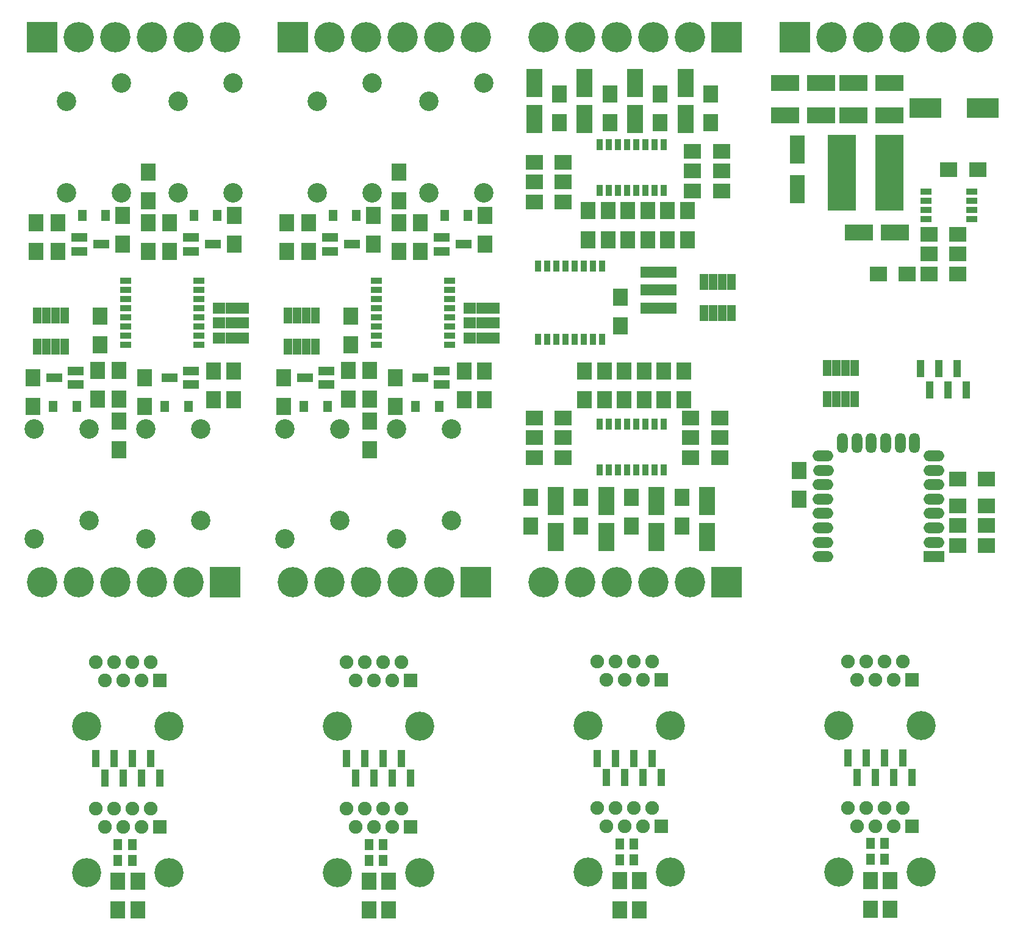
<source format=gbr>
G04 #@! TF.FileFunction,Soldermask,Top*
%FSLAX46Y46*%
G04 Gerber Fmt 4.6, Leading zero omitted, Abs format (unit mm)*
G04 Created by KiCad (PCBNEW 4.0.4-1.fc24-product) date Sun Dec  4 16:57:25 2016*
%MOMM*%
%LPD*%
G01*
G04 APERTURE LIST*
%ADD10C,0.100000*%
%ADD11R,2.100000X2.400000*%
%ADD12R,2.000000X2.400000*%
%ADD13R,1.310000X1.620000*%
%ADD14R,1.800000X1.500000*%
%ADD15C,2.700000*%
%ADD16R,1.162000X2.203400*%
%ADD17C,4.210000*%
%ADD18R,4.210000X4.210000*%
%ADD19R,2.200860X1.200100*%
%ADD20R,1.543000X0.908000*%
%ADD21R,2.400000X2.000000*%
%ADD22R,2.200860X3.900120*%
%ADD23R,2.400000X2.100000*%
%ADD24R,0.908000X1.543000*%
%ADD25R,4.400500X2.800300*%
%ADD26R,2.000200X3.999180*%
%ADD27R,3.900120X2.200860*%
%ADD28R,3.900000X10.600000*%
%ADD29R,1.100000X2.400000*%
%ADD30R,2.900000X1.500000*%
%ADD31O,2.900000X1.500000*%
%ADD32O,1.500000X2.800000*%
%ADD33C,4.049980*%
%ADD34R,1.901140X1.901140*%
%ADD35C,1.901140*%
%ADD36R,1.300000X1.600000*%
G04 APERTURE END LIST*
D10*
D11*
X40500000Y-71750000D03*
X40500000Y-67750000D03*
D12*
X53000000Y-64750000D03*
X53000000Y-60750000D03*
X49000000Y-95250000D03*
X49000000Y-99250000D03*
X46360000Y-84682000D03*
X46360000Y-80682000D03*
D13*
X43865000Y-66750000D03*
X47135000Y-66750000D03*
X59365000Y-66750000D03*
X62635000Y-66750000D03*
X58635000Y-93250000D03*
X55365000Y-93250000D03*
X43135000Y-93250000D03*
X39865000Y-93250000D03*
D14*
X62900000Y-83750000D03*
X66200000Y-83750000D03*
X64600000Y-83750000D03*
X62900000Y-81650000D03*
X66200000Y-81650000D03*
X64600000Y-81650000D03*
X62900000Y-79650000D03*
X66200000Y-79650000D03*
X64600000Y-79650000D03*
D15*
X49300000Y-48350000D03*
X41700000Y-50900000D03*
X41700000Y-63600000D03*
X49300000Y-63600000D03*
X64800000Y-48350000D03*
X57200000Y-50900000D03*
X57200000Y-63600000D03*
X64800000Y-63600000D03*
X52700000Y-111650000D03*
X60300000Y-109100000D03*
X60300000Y-96400000D03*
X52700000Y-96400000D03*
X37200000Y-111650000D03*
X44800000Y-109100000D03*
X44800000Y-96400000D03*
X37200000Y-96400000D03*
D16*
X41405000Y-84909000D03*
X37595000Y-84909000D03*
X38865000Y-84909000D03*
X40135000Y-84909000D03*
X41405000Y-80591000D03*
X37595000Y-80591000D03*
X40135000Y-80591000D03*
X38865000Y-80591000D03*
D17*
X43380000Y-42050000D03*
X48460000Y-42050000D03*
D18*
X38300000Y-42050000D03*
D17*
X53540000Y-42050000D03*
X58620000Y-42050000D03*
X63700000Y-42050000D03*
X58620000Y-117650000D03*
X53540000Y-117650000D03*
D18*
X63700000Y-117650000D03*
D17*
X48460000Y-117650000D03*
X43380000Y-117650000D03*
X38300000Y-117650000D03*
D19*
X43498860Y-69800000D03*
X43498860Y-71700000D03*
X46501140Y-70750000D03*
X58998860Y-69800000D03*
X58998860Y-71700000D03*
X62001140Y-70750000D03*
X59001140Y-90200000D03*
X59001140Y-88300000D03*
X55998860Y-89250000D03*
X43001140Y-90200000D03*
X43001140Y-88300000D03*
X39998860Y-89250000D03*
D11*
X37500000Y-67750000D03*
X37500000Y-71750000D03*
X53000000Y-67750000D03*
X53000000Y-71750000D03*
X64902000Y-92302000D03*
X64902000Y-88302000D03*
X49000000Y-92250000D03*
X49000000Y-88250000D03*
X49500000Y-70750000D03*
X49500000Y-66750000D03*
X65000000Y-70750000D03*
X65000000Y-66750000D03*
X52500000Y-89250000D03*
X52500000Y-93250000D03*
X37000000Y-89250000D03*
X37000000Y-93250000D03*
X56000000Y-71750000D03*
X56000000Y-67750000D03*
X62108000Y-88302000D03*
X62108000Y-92302000D03*
X46000000Y-88250000D03*
X46000000Y-92250000D03*
D20*
X60080000Y-84695000D03*
X60080000Y-83425000D03*
X60080000Y-82155000D03*
X60080000Y-80885000D03*
X60080000Y-79615000D03*
X60080000Y-78345000D03*
X60080000Y-77075000D03*
X60080000Y-75805000D03*
X49920000Y-75805000D03*
X49920000Y-77075000D03*
X49920000Y-78345000D03*
X49920000Y-79615000D03*
X49920000Y-80885000D03*
X49920000Y-82155000D03*
X49920000Y-83425000D03*
X49920000Y-84695000D03*
D11*
X75300000Y-71750000D03*
X75300000Y-67750000D03*
D12*
X87800000Y-64750000D03*
X87800000Y-60750000D03*
X83800000Y-95250000D03*
X83800000Y-99250000D03*
X81160000Y-84682000D03*
X81160000Y-80682000D03*
D13*
X78665000Y-66750000D03*
X81935000Y-66750000D03*
X94165000Y-66750000D03*
X97435000Y-66750000D03*
X93435000Y-93250000D03*
X90165000Y-93250000D03*
X77935000Y-93250000D03*
X74665000Y-93250000D03*
D14*
X97700000Y-83750000D03*
X101000000Y-83750000D03*
X99400000Y-83750000D03*
X97700000Y-81650000D03*
X101000000Y-81650000D03*
X99400000Y-81650000D03*
X97700000Y-79650000D03*
X101000000Y-79650000D03*
X99400000Y-79650000D03*
D15*
X84100000Y-48350000D03*
X76500000Y-50900000D03*
X76500000Y-63600000D03*
X84100000Y-63600000D03*
X99600000Y-48350000D03*
X92000000Y-50900000D03*
X92000000Y-63600000D03*
X99600000Y-63600000D03*
X87500000Y-111650000D03*
X95100000Y-109100000D03*
X95100000Y-96400000D03*
X87500000Y-96400000D03*
X72000000Y-111650000D03*
X79600000Y-109100000D03*
X79600000Y-96400000D03*
X72000000Y-96400000D03*
D16*
X76205000Y-84909000D03*
X72395000Y-84909000D03*
X73665000Y-84909000D03*
X74935000Y-84909000D03*
X76205000Y-80591000D03*
X72395000Y-80591000D03*
X74935000Y-80591000D03*
X73665000Y-80591000D03*
D17*
X78180000Y-42050000D03*
X83260000Y-42050000D03*
D18*
X73100000Y-42050000D03*
D17*
X88340000Y-42050000D03*
X93420000Y-42050000D03*
X98500000Y-42050000D03*
X93420000Y-117650000D03*
X88340000Y-117650000D03*
D18*
X98500000Y-117650000D03*
D17*
X83260000Y-117650000D03*
X78180000Y-117650000D03*
X73100000Y-117650000D03*
D19*
X78298860Y-69800000D03*
X78298860Y-71700000D03*
X81301140Y-70750000D03*
X93798860Y-69800000D03*
X93798860Y-71700000D03*
X96801140Y-70750000D03*
X93801140Y-90200000D03*
X93801140Y-88300000D03*
X90798860Y-89250000D03*
X77801140Y-90200000D03*
X77801140Y-88300000D03*
X74798860Y-89250000D03*
D11*
X72300000Y-67750000D03*
X72300000Y-71750000D03*
X87800000Y-67750000D03*
X87800000Y-71750000D03*
X99702000Y-92302000D03*
X99702000Y-88302000D03*
X83800000Y-92250000D03*
X83800000Y-88250000D03*
X84300000Y-70750000D03*
X84300000Y-66750000D03*
X99800000Y-70750000D03*
X99800000Y-66750000D03*
X87300000Y-89250000D03*
X87300000Y-93250000D03*
X71800000Y-89250000D03*
X71800000Y-93250000D03*
X90800000Y-71750000D03*
X90800000Y-67750000D03*
X96908000Y-88302000D03*
X96908000Y-92302000D03*
X80800000Y-88250000D03*
X80800000Y-92250000D03*
D20*
X94880000Y-84695000D03*
X94880000Y-83425000D03*
X94880000Y-82155000D03*
X94880000Y-80885000D03*
X94880000Y-79615000D03*
X94880000Y-78345000D03*
X94880000Y-77075000D03*
X94880000Y-75805000D03*
X84720000Y-75805000D03*
X84720000Y-77075000D03*
X84720000Y-78345000D03*
X84720000Y-79615000D03*
X84720000Y-80885000D03*
X84720000Y-82155000D03*
X84720000Y-83425000D03*
X84720000Y-84695000D03*
D12*
X118600000Y-78100000D03*
X118600000Y-82100000D03*
D21*
X128600000Y-63350000D03*
X132600000Y-63350000D03*
D12*
X127850000Y-66100000D03*
X127850000Y-70100000D03*
X114100000Y-66100000D03*
X114100000Y-70100000D03*
D21*
X110600000Y-64850000D03*
X106600000Y-64850000D03*
X128350000Y-94850000D03*
X132350000Y-94850000D03*
D12*
X121850000Y-92350000D03*
X121850000Y-88350000D03*
X113600000Y-92350000D03*
X113600000Y-88350000D03*
D21*
X110600000Y-94850000D03*
X106600000Y-94850000D03*
D22*
X127600000Y-53349360D03*
X127600000Y-48350640D03*
X120600000Y-53349360D03*
X120600000Y-48350640D03*
X113600000Y-53349360D03*
X113600000Y-48350640D03*
X106600000Y-53349360D03*
X106600000Y-48350640D03*
X130600000Y-106350640D03*
X130600000Y-111349360D03*
X123600000Y-106350640D03*
X123600000Y-111349360D03*
X116600000Y-106350640D03*
X116600000Y-111349360D03*
X109600000Y-106350640D03*
X109600000Y-111349360D03*
D14*
X125550000Y-74600000D03*
X122250000Y-74600000D03*
X123850000Y-74600000D03*
X125550000Y-77100000D03*
X122250000Y-77100000D03*
X123850000Y-77100000D03*
X125550000Y-79600000D03*
X122250000Y-79600000D03*
X123850000Y-79600000D03*
D16*
X130195000Y-75941000D03*
X134005000Y-75941000D03*
X132735000Y-75941000D03*
X131465000Y-75941000D03*
X130195000Y-80259000D03*
X134005000Y-80259000D03*
X131465000Y-80259000D03*
X132735000Y-80259000D03*
D17*
X128220000Y-42050000D03*
X123140000Y-42050000D03*
D18*
X133300000Y-42050000D03*
D17*
X118060000Y-42050000D03*
X112980000Y-42050000D03*
X107900000Y-42050000D03*
X128220000Y-117650000D03*
X123140000Y-117650000D03*
D18*
X133300000Y-117650000D03*
D17*
X118060000Y-117650000D03*
X112980000Y-117650000D03*
X107900000Y-117650000D03*
D23*
X128600000Y-57850000D03*
X132600000Y-57850000D03*
X132600000Y-60600000D03*
X128600000Y-60600000D03*
D11*
X122350000Y-66100000D03*
X122350000Y-70100000D03*
X125100000Y-70100000D03*
X125100000Y-66100000D03*
X119600000Y-66100000D03*
X119600000Y-70100000D03*
X116850000Y-70100000D03*
X116850000Y-66100000D03*
D23*
X110600000Y-59350000D03*
X106600000Y-59350000D03*
X106600000Y-62100000D03*
X110600000Y-62100000D03*
X128350000Y-100350000D03*
X132350000Y-100350000D03*
X132350000Y-97600000D03*
X128350000Y-97600000D03*
D11*
X127350000Y-92350000D03*
X127350000Y-88350000D03*
X124600000Y-88350000D03*
X124600000Y-92350000D03*
X119100000Y-92350000D03*
X119100000Y-88350000D03*
X116350000Y-88350000D03*
X116350000Y-92350000D03*
D23*
X110600000Y-100350000D03*
X106600000Y-100350000D03*
X106600000Y-97600000D03*
X110600000Y-97600000D03*
D11*
X131100000Y-49850000D03*
X131100000Y-53850000D03*
X124100000Y-49850000D03*
X124100000Y-53850000D03*
X117100000Y-49850000D03*
X117100000Y-53850000D03*
X110100000Y-49850000D03*
X110100000Y-53850000D03*
X127100000Y-109850000D03*
X127100000Y-105850000D03*
X120100000Y-109850000D03*
X120100000Y-105850000D03*
X113100000Y-109850000D03*
X113100000Y-105850000D03*
X106100000Y-109850000D03*
X106100000Y-105850000D03*
D24*
X116045000Y-73770000D03*
X114775000Y-73770000D03*
X113505000Y-73770000D03*
X112235000Y-73770000D03*
X110965000Y-73770000D03*
X109695000Y-73770000D03*
X108425000Y-73770000D03*
X107155000Y-73770000D03*
X107155000Y-83930000D03*
X108425000Y-83930000D03*
X109695000Y-83930000D03*
X110965000Y-83930000D03*
X112235000Y-83930000D03*
X113505000Y-83930000D03*
X114775000Y-83930000D03*
X116045000Y-83930000D03*
X124545000Y-63275000D03*
X122005000Y-63275000D03*
X120735000Y-63275000D03*
X119465000Y-63275000D03*
X118195000Y-63275000D03*
X116925000Y-63275000D03*
X115655000Y-63275000D03*
X115655000Y-56925000D03*
X116925000Y-56925000D03*
X118195000Y-56925000D03*
X119465000Y-56925000D03*
X120735000Y-56925000D03*
X122005000Y-56925000D03*
X123275000Y-56925000D03*
X124545000Y-56925000D03*
X123275000Y-63275000D03*
X115655000Y-95675000D03*
X118195000Y-95675000D03*
X119465000Y-95675000D03*
X120735000Y-95675000D03*
X122005000Y-95675000D03*
X123275000Y-95675000D03*
X124545000Y-95675000D03*
X124545000Y-102025000D03*
X123275000Y-102025000D03*
X122005000Y-102025000D03*
X120735000Y-102025000D03*
X119465000Y-102025000D03*
X118195000Y-102025000D03*
X116925000Y-102025000D03*
X115655000Y-102025000D03*
X116925000Y-95675000D03*
D25*
X160899500Y-51850000D03*
X168900500Y-51850000D03*
D21*
X161400000Y-69350000D03*
X165400000Y-69350000D03*
D26*
X143150000Y-57599180D03*
X143150000Y-63100820D03*
D21*
X169400000Y-107050000D03*
X165400000Y-107050000D03*
X158400000Y-74850000D03*
X154400000Y-74850000D03*
D27*
X155899360Y-52850000D03*
X150900640Y-52850000D03*
X146399360Y-52850000D03*
X141400640Y-52850000D03*
X155899360Y-48350000D03*
X150900640Y-48350000D03*
X146399360Y-48350000D03*
X141400640Y-48350000D03*
X156649360Y-69100000D03*
X151650640Y-69100000D03*
D28*
X149350000Y-60850000D03*
X155950000Y-60850000D03*
D17*
X147880000Y-42050000D03*
X152960000Y-42050000D03*
D18*
X142800000Y-42050000D03*
D17*
X158040000Y-42050000D03*
X163120000Y-42050000D03*
X168200000Y-42050000D03*
D29*
X160270000Y-87990000D03*
X161540000Y-90990000D03*
X162810000Y-87990000D03*
X164080000Y-90990000D03*
X165350000Y-87990000D03*
X166620000Y-90990000D03*
D16*
X147245000Y-87941000D03*
X151055000Y-87941000D03*
X149785000Y-87941000D03*
X148515000Y-87941000D03*
X147245000Y-92259000D03*
X151055000Y-92259000D03*
X148515000Y-92259000D03*
X149785000Y-92259000D03*
D23*
X164150000Y-60350000D03*
X168150000Y-60350000D03*
X161400000Y-74850000D03*
X165400000Y-74850000D03*
X165400000Y-72100000D03*
X161400000Y-72100000D03*
X169400000Y-109750000D03*
X165400000Y-109750000D03*
X169400000Y-112550000D03*
X165400000Y-112550000D03*
D11*
X143400000Y-102100000D03*
X143400000Y-106100000D03*
D23*
X165400000Y-103350000D03*
X169400000Y-103350000D03*
D20*
X167325000Y-63445000D03*
X167325000Y-64715000D03*
X167325000Y-65985000D03*
X167325000Y-67255000D03*
X160975000Y-67255000D03*
X160975000Y-65985000D03*
X160975000Y-64715000D03*
X160975000Y-63445000D03*
D30*
X162100000Y-114100000D03*
D31*
X162100000Y-112100000D03*
X162100000Y-110100000D03*
X162100000Y-108100000D03*
X162100000Y-106100000D03*
X162100000Y-104100000D03*
X162100000Y-102100000D03*
X162100000Y-100100000D03*
D32*
X159410000Y-98350000D03*
X157410000Y-98350000D03*
X155410000Y-98350000D03*
X153410000Y-98350000D03*
X151410000Y-98350000D03*
X149410000Y-98350000D03*
D31*
X146700000Y-100100000D03*
X146800000Y-102100000D03*
X146700000Y-104100000D03*
X146700000Y-106100000D03*
X146700000Y-108100000D03*
X146700000Y-110100000D03*
X146700000Y-112100000D03*
X146700000Y-114100000D03*
D33*
X44455000Y-157930000D03*
X55885000Y-157930000D03*
D34*
X54615000Y-151580000D03*
D35*
X53345000Y-149040000D03*
X52075000Y-151580000D03*
X50805000Y-149040000D03*
X49535000Y-151580000D03*
X48265000Y-149040000D03*
X46995000Y-151580000D03*
X45725000Y-149040000D03*
D33*
X44455000Y-137610000D03*
X55885000Y-137610000D03*
D34*
X54615000Y-131260000D03*
D35*
X53345000Y-128720000D03*
X52075000Y-131260000D03*
X50805000Y-128720000D03*
X49535000Y-131260000D03*
X48265000Y-128720000D03*
X46995000Y-131260000D03*
X45725000Y-128720000D03*
D36*
X50850000Y-154000000D03*
X50850000Y-156200000D03*
X48850000Y-154000000D03*
X48850000Y-156200000D03*
D29*
X45725000Y-142110000D03*
X46995000Y-144810000D03*
X48265000Y-142110000D03*
X49535000Y-144810000D03*
X50805000Y-142110000D03*
X52075000Y-144810000D03*
X53345000Y-142110000D03*
X54615000Y-144810000D03*
D11*
X51600000Y-163100000D03*
X51600000Y-159100000D03*
X48850000Y-163100000D03*
X48850000Y-159100000D03*
D33*
X79255000Y-157930000D03*
X90685000Y-157930000D03*
D34*
X89415000Y-151580000D03*
D35*
X88145000Y-149040000D03*
X86875000Y-151580000D03*
X85605000Y-149040000D03*
X84335000Y-151580000D03*
X83065000Y-149040000D03*
X81795000Y-151580000D03*
X80525000Y-149040000D03*
D33*
X79255000Y-137610000D03*
X90685000Y-137610000D03*
D34*
X89415000Y-131260000D03*
D35*
X88145000Y-128720000D03*
X86875000Y-131260000D03*
X85605000Y-128720000D03*
X84335000Y-131260000D03*
X83065000Y-128720000D03*
X81795000Y-131260000D03*
X80525000Y-128720000D03*
D36*
X85650000Y-154000000D03*
X85650000Y-156200000D03*
X83650000Y-154000000D03*
X83650000Y-156200000D03*
D29*
X80525000Y-142110000D03*
X81795000Y-144810000D03*
X83065000Y-142110000D03*
X84335000Y-144810000D03*
X85605000Y-142110000D03*
X86875000Y-144810000D03*
X88145000Y-142110000D03*
X89415000Y-144810000D03*
D11*
X86400000Y-163100000D03*
X86400000Y-159100000D03*
X83650000Y-163100000D03*
X83650000Y-159100000D03*
D33*
X114055000Y-157880000D03*
X125485000Y-157880000D03*
D34*
X124215000Y-151530000D03*
D35*
X122945000Y-148990000D03*
X121675000Y-151530000D03*
X120405000Y-148990000D03*
X119135000Y-151530000D03*
X117865000Y-148990000D03*
X116595000Y-151530000D03*
X115325000Y-148990000D03*
D33*
X114055000Y-137560000D03*
X125485000Y-137560000D03*
D34*
X124215000Y-131210000D03*
D35*
X122945000Y-128670000D03*
X121675000Y-131210000D03*
X120405000Y-128670000D03*
X119135000Y-131210000D03*
X117865000Y-128670000D03*
X116595000Y-131210000D03*
X115325000Y-128670000D03*
D36*
X120450000Y-153950000D03*
X120450000Y-156150000D03*
X118450000Y-153950000D03*
X118450000Y-156150000D03*
D29*
X115325000Y-142060000D03*
X116595000Y-144760000D03*
X117865000Y-142060000D03*
X119135000Y-144760000D03*
X120405000Y-142060000D03*
X121675000Y-144760000D03*
X122945000Y-142060000D03*
X124215000Y-144760000D03*
D11*
X121200000Y-163050000D03*
X121200000Y-159050000D03*
X118450000Y-163050000D03*
X118450000Y-159050000D03*
D33*
X148855000Y-157830000D03*
X160285000Y-157830000D03*
D34*
X159015000Y-151480000D03*
D35*
X157745000Y-148940000D03*
X156475000Y-151480000D03*
X155205000Y-148940000D03*
X153935000Y-151480000D03*
X152665000Y-148940000D03*
X151395000Y-151480000D03*
X150125000Y-148940000D03*
D33*
X148855000Y-137510000D03*
X160285000Y-137510000D03*
D34*
X159015000Y-131160000D03*
D35*
X157745000Y-128620000D03*
X156475000Y-131160000D03*
X155205000Y-128620000D03*
X153935000Y-131160000D03*
X152665000Y-128620000D03*
X151395000Y-131160000D03*
X150125000Y-128620000D03*
D36*
X155250000Y-153900000D03*
X155250000Y-156100000D03*
X153250000Y-153900000D03*
X153250000Y-156100000D03*
D29*
X150125000Y-142010000D03*
X151395000Y-144710000D03*
X152665000Y-142010000D03*
X153935000Y-144710000D03*
X155205000Y-142010000D03*
X156475000Y-144710000D03*
X157745000Y-142010000D03*
X159015000Y-144710000D03*
D11*
X156000000Y-163000000D03*
X156000000Y-159000000D03*
X153250000Y-163000000D03*
X153250000Y-159000000D03*
M02*

</source>
